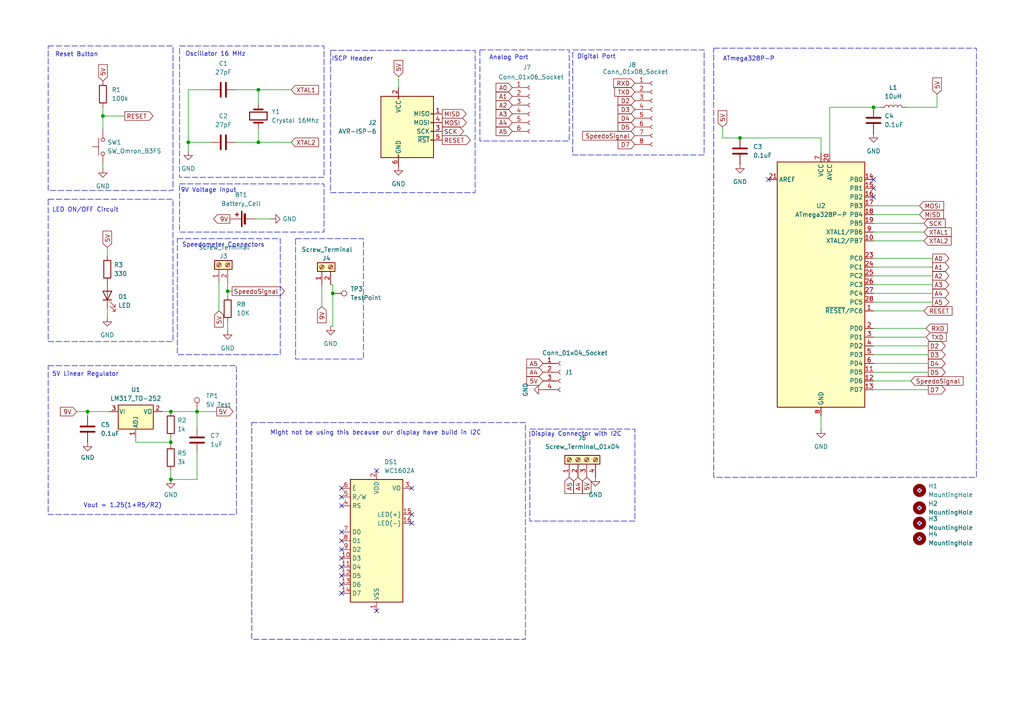
<source format=kicad_sch>
(kicad_sch (version 20231120) (generator "eeschema") (generator_version "8.0")
  (paper "A4")
  (lib_symbols
    (symbol "Connector:AVR-ISP-6" (pin_names (offset 1.016))
      (property "Reference" "J" (at -6.35 11.43 0))
      (property "Value" "AVR-ISP-6" (at 0 11.43 0))
      (symbol "AVR-ISP-6_0_1"
        (rectangle (start -2.667 -6.858) (end -2.413 -7.62))
        (rectangle (start -2.667 10.16) (end -2.413 9.398))
        (rectangle (start 7.62 -2.413) (end 6.858 -2.667))
        (rectangle (start 7.62 0.127) (end 6.858 -0.127))
        (rectangle (start 7.62 2.667) (end 6.858 2.413))
        (rectangle (start 7.62 5.207) (end 6.858 4.953))
        (rectangle (start 7.62 10.16) (end -7.62 -7.62) (stroke (width 0.254)) (fill (type background)))
      )
      (symbol "AVR-ISP-6_1_1"
        (pin passive line (at 10.16 5.08 180) (length 2.54) (name "MISO") (number "1"))
        (pin passive line (at -2.54 12.7 270) (length 2.54) (name "VCC") (number "2"))
        (pin passive line (at 10.16 0 180) (length 2.54) (name "SCK") (number "3"))
        (pin passive line (at 10.16 2.54 180) (length 2.54) (name "MOSI") (number "4"))
        (pin passive line (at 10.16 -2.54 180) (length 2.54) (name "~{RST}") (number "5"))
        (pin passive line (at -2.54 -10.16 90) (length 2.54) (name "GND") (number "6"))
      )
    )
    (symbol "Connector:Conn_01x04_Socket" (pin_names (offset 1.016) hide)
      (property "Reference" "J" (at 0 5.08 0))
      (property "Value" "Conn_01x04_Socket" (at 0 -7.62 0))
      (symbol "Conn_01x04_Socket_1_1"
        (arc (start 0 -4.572) (mid -0.5058 -5.08) (end 0 -5.588) (stroke (width 0.1524)))
        (arc (start 0 -2.032) (mid -0.5058 -2.54) (end 0 -3.048) (stroke (width 0.1524)))
        (polyline (pts (xy -1.27 -5.08) (xy -0.508 -5.08)) (stroke (width 0.1524)))
        (polyline (pts (xy -1.27 -2.54) (xy -0.508 -2.54)) (stroke (width 0.1524)))
        (polyline (pts (xy -1.27 0) (xy -0.508 0)) (stroke (width 0.1524)))
        (polyline (pts (xy -1.27 2.54) (xy -0.508 2.54)) (stroke (width 0.1524)))
        (arc (start 0 0.508) (mid -0.5058 0) (end 0 -0.508) (stroke (width 0.1524)))
        (arc (start 0 3.048) (mid -0.5058 2.54) (end 0 2.032) (stroke (width 0.1524)))
        (pin passive line (at -5.08 2.54 0) (length 3.81) (name "Pin_1") (number "1"))
        (pin passive line (at -5.08 0 0) (length 3.81) (name "Pin_2") (number "2"))
        (pin passive line (at -5.08 -2.54 0) (length 3.81) (name "Pin_3") (number "3"))
        (pin passive line (at -5.08 -5.08 0) (length 3.81) (name "Pin_4") (number "4"))
      )
    )
    (symbol "Connector:Conn_01x06_Socket" (pin_names (offset 1.016) hide)
      (property "Reference" "J" (at 0 7.62 0))
      (property "Value" "Conn_01x06_Socket" (at 0 -10.16 0))
      (symbol "Conn_01x06_Socket_1_1"
        (arc (start 0 -7.112) (mid -0.5058 -7.62) (end 0 -8.128) (stroke (width 0.1524)))
        (arc (start 0 -4.572) (mid -0.5058 -5.08) (end 0 -5.588) (stroke (width 0.1524)))
        (arc (start 0 -2.032) (mid -0.5058 -2.54) (end 0 -3.048) (stroke (width 0.1524)))
        (polyline (pts (xy -1.27 -7.62) (xy -0.508 -7.62)) (stroke (width 0.1524)))
        (polyline (pts (xy -1.27 -5.08) (xy -0.508 -5.08)) (stroke (width 0.1524)))
        (polyline (pts (xy -1.27 -2.54) (xy -0.508 -2.54)) (stroke (width 0.1524)))
        (polyline (pts (xy -1.27 0) (xy -0.508 0)) (stroke (width 0.1524)))
        (polyline (pts (xy -1.27 2.54) (xy -0.508 2.54)) (stroke (width 0.1524)))
        (polyline (pts (xy -1.27 5.08) (xy -0.508 5.08)) (stroke (width 0.1524)))
        (arc (start 0 0.508) (mid -0.5058 0) (end 0 -0.508) (stroke (width 0.1524)))
        (arc (start 0 3.048) (mid -0.5058 2.54) (end 0 2.032) (stroke (width 0.1524)))
        (arc (start 0 5.588) (mid -0.5058 5.08) (end 0 4.572) (stroke (width 0.1524)))
        (pin passive line (at -5.08 5.08 0) (length 3.81) (name "Pin_1") (number "1"))
        (pin passive line (at -5.08 2.54 0) (length 3.81) (name "Pin_2") (number "2"))
        (pin passive line (at -5.08 0 0) (length 3.81) (name "Pin_3") (number "3"))
        (pin passive line (at -5.08 -2.54 0) (length 3.81) (name "Pin_4") (number "4"))
        (pin passive line (at -5.08 -5.08 0) (length 3.81) (name "Pin_5") (number "5"))
        (pin passive line (at -5.08 -7.62 0) (length 3.81) (name "Pin_6") (number "6"))
      )
    )
    (symbol "Connector:Conn_01x08_Socket" (pin_names (offset 1.016) hide)
      (property "Reference" "J" (at 0 10.16 0))
      (property "Value" "Conn_01x08_Socket" (at 0 -12.7 0))
      (symbol "Conn_01x08_Socket_1_1"
        (arc (start 0 -9.652) (mid -0.5058 -10.16) (end 0 -10.668) (stroke (width 0.1524)))
        (arc (start 0 -7.112) (mid -0.5058 -7.62) (end 0 -8.128) (stroke (width 0.1524)))
        (arc (start 0 -4.572) (mid -0.5058 -5.08) (end 0 -5.588) (stroke (width 0.1524)))
        (arc (start 0 -2.032) (mid -0.5058 -2.54) (end 0 -3.048) (stroke (width 0.1524)))
        (polyline (pts (xy -1.27 -10.16) (xy -0.508 -10.16)) (stroke (width 0.1524)))
        (polyline (pts (xy -1.27 -7.62) (xy -0.508 -7.62)) (stroke (width 0.1524)))
        (polyline (pts (xy -1.27 -5.08) (xy -0.508 -5.08)) (stroke (width 0.1524)))
        (polyline (pts (xy -1.27 -2.54) (xy -0.508 -2.54)) (stroke (width 0.1524)))
        (polyline (pts (xy -1.27 0) (xy -0.508 0)) (stroke (width 0.1524)))
        (polyline (pts (xy -1.27 2.54) (xy -0.508 2.54)) (stroke (width 0.1524)))
        (polyline (pts (xy -1.27 5.08) (xy -0.508 5.08)) (stroke (width 0.1524)))
        (polyline (pts (xy -1.27 7.62) (xy -0.508 7.62)) (stroke (width 0.1524)))
        (arc (start 0 0.508) (mid -0.5058 0) (end 0 -0.508) (stroke (width 0.1524)))
        (arc (start 0 3.048) (mid -0.5058 2.54) (end 0 2.032) (stroke (width 0.1524)))
        (arc (start 0 5.588) (mid -0.5058 5.08) (end 0 4.572) (stroke (width 0.1524)))
        (arc (start 0 8.128) (mid -0.5058 7.62) (end 0 7.112) (stroke (width 0.1524)))
        (pin passive line (at -5.08 7.62 0) (length 3.81) (name "Pin_1") (number "1"))
        (pin passive line (at -5.08 5.08 0) (length 3.81) (name "Pin_2") (number "2"))
        (pin passive line (at -5.08 2.54 0) (length 3.81) (name "Pin_3") (number "3"))
        (pin passive line (at -5.08 0 0) (length 3.81) (name "Pin_4") (number "4"))
        (pin passive line (at -5.08 -2.54 0) (length 3.81) (name "Pin_5") (number "5"))
        (pin passive line (at -5.08 -5.08 0) (length 3.81) (name "Pin_6") (number "6"))
        (pin passive line (at -5.08 -7.62 0) (length 3.81) (name "Pin_7") (number "7"))
        (pin passive line (at -5.08 -10.16 0) (length 3.81) (name "Pin_8") (number "8"))
      )
    )
    (symbol "Connector:Screw_Terminal_01x02" (pin_names (offset 1.016) hide)
      (property "Reference" "J" (at 0 2.54 0))
      (property "Value" "Screw_Terminal_01x02" (at 0 -5.08 0))
      (symbol "Screw_Terminal_01x02_1_1"
        (rectangle (start -1.27 1.27) (end 1.27 -3.81) (stroke (width 0.254)) (fill (type background)))
        (circle (center 0 -2.54) (radius 0.635) (stroke (width 0.1524)))
        (polyline (pts (xy -0.5334 -2.2098) (xy 0.3302 -3.048)) (stroke (width 0.1524)))
        (polyline (pts (xy -0.5334 0.3302) (xy 0.3302 -0.508)) (stroke (width 0.1524)))
        (polyline (pts (xy -0.3556 -2.032) (xy 0.508 -2.8702)) (stroke (width 0.1524)))
        (polyline (pts (xy -0.3556 0.508) (xy 0.508 -0.3302)) (stroke (width 0.1524)))
        (circle (center 0 0) (radius 0.635) (stroke (width 0.1524)))
        (pin passive line (at -5.08 0 0) (length 3.81) (name "Pin_1") (number "1"))
        (pin passive line (at -5.08 -2.54 0) (length 3.81) (name "Pin_2") (number "2"))
      )
    )
    (symbol "Connector:Screw_Terminal_01x04" (pin_names (offset 1.016) hide)
      (property "Reference" "J" (at 0 5.08 0))
      (property "Value" "Screw_Terminal_01x04" (at 0 -7.62 0))
      (symbol "Screw_Terminal_01x04_1_1"
        (rectangle (start -1.27 3.81) (end 1.27 -6.35) (stroke (width 0.254)) (fill (type background)))
        (circle (center 0 -5.08) (radius 0.635) (stroke (width 0.1524)))
        (circle (center 0 -2.54) (radius 0.635) (stroke (width 0.1524)))
        (polyline (pts (xy -0.5334 -4.7498) (xy 0.3302 -5.588)) (stroke (width 0.1524)))
        (polyline (pts (xy -0.5334 -2.2098) (xy 0.3302 -3.048)) (stroke (width 0.1524)))
        (polyline (pts (xy -0.5334 0.3302) (xy 0.3302 -0.508)) (stroke (width 0.1524)))
        (polyline (pts (xy -0.5334 2.8702) (xy 0.3302 2.032)) (stroke (width 0.1524)))
        (polyline (pts (xy -0.3556 -4.572) (xy 0.508 -5.4102)) (stroke (width 0.1524)))
        (polyline (pts (xy -0.3556 -2.032) (xy 0.508 -2.8702)) (stroke (width 0.1524)))
        (polyline (pts (xy -0.3556 0.508) (xy 0.508 -0.3302)) (stroke (width 0.1524)))
        (polyline (pts (xy -0.3556 3.048) (xy 0.508 2.2098)) (stroke (width 0.1524)))
        (circle (center 0 0) (radius 0.635) (stroke (width 0.1524)))
        (circle (center 0 2.54) (radius 0.635) (stroke (width 0.1524)))
        (pin passive line (at -5.08 2.54 0) (length 3.81) (name "Pin_1") (number "1"))
        (pin passive line (at -5.08 0 0) (length 3.81) (name "Pin_2") (number "2"))
        (pin passive line (at -5.08 -2.54 0) (length 3.81) (name "Pin_3") (number "3"))
        (pin passive line (at -5.08 -5.08 0) (length 3.81) (name "Pin_4") (number "4"))
      )
    )
    (symbol "Connector:TestPoint" (pin_numbers hide) (pin_names (offset 0.762) hide)
      (property "Reference" "TP" (at 0 6.858 0))
      (property "Value" "TestPoint" (at 0 5.08 0))
      (symbol "TestPoint_0_1"
        (circle (center 0 3.302) (radius 0.762))
      )
      (symbol "TestPoint_1_1"
        (pin passive line (at 0 0 90) (length 2.54) (name "1") (number "1"))
      )
    )
    (symbol "Device:Battery_Cell" (pin_numbers hide) (pin_names (offset 0) hide)
      (property "Reference" "BT" (at 2.54 2.54 0))
      (property "Value" "Battery_Cell" (at 2.54 0 0))
      (symbol "Battery_Cell_0_1"
        (rectangle (start -2.286 1.778) (end 2.286 1.524) (fill (type outline)))
        (rectangle (start -1.524 1.016) (end 1.524 0.508) (fill (type outline)))
        (polyline (pts (xy 0 0.762) (xy 0 0)))
        (polyline (pts (xy 0 1.778) (xy 0 2.54)))
        (polyline (pts (xy 0.762 3.048) (xy 1.778 3.048)) (stroke (width 0.254)))
        (polyline (pts (xy 1.27 3.556) (xy 1.27 2.54)) (stroke (width 0.254)))
      )
      (symbol "Battery_Cell_1_1"
        (pin passive line (at 0 5.08 270) (length 2.54) (name "+") (number "1"))
        (pin passive line (at 0 -2.54 90) (length 2.54) (name "-") (number "2"))
      )
    )
    (symbol "Device:C" (pin_numbers hide) (pin_names (offset 0.254))
      (property "Reference" "C" (at 0.635 2.54 0))
      (property "Value" "C" (at 0.635 -2.54 0))
      (symbol "C_0_1"
        (polyline (pts (xy -2.032 -0.762) (xy 2.032 -0.762)) (stroke (width 0.508)))
        (polyline (pts (xy -2.032 0.762) (xy 2.032 0.762)) (stroke (width 0.508)))
      )
      (symbol "C_1_1"
        (pin passive line (at 0 3.81 270) (length 2.794) (name "~") (number "1"))
        (pin passive line (at 0 -3.81 90) (length 2.794) (name "~") (number "2"))
      )
    )
    (symbol "Device:Crystal" (pin_numbers hide) (pin_names (offset 1.016) hide)
      (property "Reference" "Y" (at 0 3.81 0))
      (property "Value" "Crystal" (at 0 -3.81 0))
      (symbol "Crystal_0_1"
        (rectangle (start -1.143 2.54) (end 1.143 -2.54) (stroke (width 0.3048)))
        (polyline (pts (xy -2.54 0) (xy -1.905 0)))
        (polyline (pts (xy -1.905 -1.27) (xy -1.905 1.27)) (stroke (width 0.508)))
        (polyline (pts (xy 1.905 -1.27) (xy 1.905 1.27)) (stroke (width 0.508)))
        (polyline (pts (xy 2.54 0) (xy 1.905 0)))
      )
      (symbol "Crystal_1_1"
        (pin passive line (at -3.81 0 0) (length 1.27) (name "1") (number "1"))
        (pin passive line (at 3.81 0 180) (length 1.27) (name "2") (number "2"))
      )
    )
    (symbol "Device:L" (pin_numbers hide) (pin_names (offset 1.016) hide)
      (property "Reference" "L" (at -1.27 0 90))
      (property "Value" "L" (at 1.905 0 90))
      (symbol "L_0_1"
        (arc (start 0 -2.54) (mid 0.6323 -1.905) (end 0 -1.27))
        (arc (start 0 -1.27) (mid 0.6323 -0.635) (end 0 0))
        (arc (start 0 0) (mid 0.6323 0.635) (end 0 1.27))
        (arc (start 0 1.27) (mid 0.6323 1.905) (end 0 2.54))
      )
      (symbol "L_1_1"
        (pin passive line (at 0 3.81 270) (length 1.27) (name "1") (number "1"))
        (pin passive line (at 0 -3.81 90) (length 1.27) (name "2") (number "2"))
      )
    )
    (symbol "Device:LED" (pin_numbers hide) (pin_names (offset 1.016) hide)
      (property "Reference" "D" (at 0 2.54 0))
      (property "Value" "LED" (at 0 -2.54 0))
      (symbol "LED_0_1"
        (polyline (pts (xy -1.27 -1.27) (xy -1.27 1.27)) (stroke (width 0.254)))
        (polyline (pts (xy -1.27 0) (xy 1.27 0)))
        (polyline (pts (xy 1.27 -1.27) (xy 1.27 1.27) (xy -1.27 0) (xy 1.27 -1.27)) (stroke (width 0.254)))
        (polyline (pts (xy -3.048 -0.762) (xy -4.572 -2.286) (xy -3.81 -2.286) (xy -4.572 -2.286) (xy -4.572 -1.524)))
        (polyline (pts (xy -1.778 -0.762) (xy -3.302 -2.286) (xy -2.54 -2.286) (xy -3.302 -2.286) (xy -3.302 -1.524)))
      )
      (symbol "LED_1_1"
        (pin passive line (at -3.81 0 0) (length 2.54) (name "K") (number "1"))
        (pin passive line (at 3.81 0 180) (length 2.54) (name "A") (number "2"))
      )
    )
    (symbol "Device:R" (pin_numbers hide) (pin_names (offset 0))
      (property "Reference" "R" (at 2.032 0 90))
      (property "Value" "R" (at 0 0 90))
      (symbol "R_0_1"
        (rectangle (start -1.016 -2.54) (end 1.016 2.54) (stroke (width 0.254)))
      )
      (symbol "R_1_1"
        (pin passive line (at 0 3.81 270) (length 1.27) (name "~") (number "1"))
        (pin passive line (at 0 -3.81 90) (length 1.27) (name "~") (number "2"))
      )
    )
    (symbol "Display_Character:WC1602A"
      (property "Reference" "DS" (at -5.842 19.05 0))
      (property "Value" "WC1602A" (at 5.334 19.05 0))
      (symbol "WC1602A_1_1"
        (rectangle (start -7.62 17.78) (end 7.62 -17.78) (stroke (width 0.254)) (fill (type background)))
        (pin power_in line (at 0 -20.32 90) (length 2.54) (name "VSS") (number "1"))
        (pin input line (at -10.16 -5.08 0) (length 2.54) (name "D3") (number "10"))
        (pin input line (at -10.16 -7.62 0) (length 2.54) (name "D4") (number "11"))
        (pin input line (at -10.16 -10.16 0) (length 2.54) (name "D5") (number "12"))
        (pin input line (at -10.16 -12.7 0) (length 2.54) (name "D6") (number "13"))
        (pin input line (at -10.16 -15.24 0) (length 2.54) (name "D7") (number "14"))
        (pin power_in line (at 10.16 7.62 180) (length 2.54) (name "LED(+)") (number "15"))
        (pin power_in line (at 10.16 5.08 180) (length 2.54) (name "LED(-)") (number "16"))
        (pin power_in line (at 0 20.32 270) (length 2.54) (name "VDD") (number "2"))
        (pin input line (at 10.16 15.24 180) (length 2.54) (name "VO") (number "3"))
        (pin input line (at -10.16 10.16 0) (length 2.54) (name "RS") (number "4"))
        (pin input line (at -10.16 12.7 0) (length 2.54) (name "R/W") (number "5"))
        (pin input line (at -10.16 15.24 0) (length 2.54) (name "E") (number "6"))
        (pin input line (at -10.16 2.54 0) (length 2.54) (name "D0") (number "7"))
        (pin input line (at -10.16 0 0) (length 2.54) (name "D1") (number "8"))
        (pin input line (at -10.16 -2.54 0) (length 2.54) (name "D2") (number "9"))
      )
    )
    (symbol "MCU_Microchip_ATmega:ATmega328P-P"
      (property "Reference" "U" (at -12.7 36.83 0))
      (property "Value" "ATmega328P-P" (at 2.54 -36.83 0))
      (symbol "ATmega328P-P_0_1"
        (rectangle (start -12.7 -35.56) (end 12.7 35.56) (stroke (width 0.254)) (fill (type background)))
      )
      (symbol "ATmega328P-P_1_1"
        (pin bidirectional line (at 15.24 -7.62 180) (length 2.54) (name "~{RESET}/PC6") (number "1"))
        (pin bidirectional line (at 15.24 12.7 180) (length 2.54) (name "XTAL2/PB7") (number "10"))
        (pin bidirectional line (at 15.24 -25.4 180) (length 2.54) (name "PD5") (number "11"))
        (pin bidirectional line (at 15.24 -27.94 180) (length 2.54) (name "PD6") (number "12"))
        (pin bidirectional line (at 15.24 -30.48 180) (length 2.54) (name "PD7") (number "13"))
        (pin bidirectional line (at 15.24 30.48 180) (length 2.54) (name "PB0") (number "14"))
        (pin bidirectional line (at 15.24 27.94 180) (length 2.54) (name "PB1") (number "15"))
        (pin bidirectional line (at 15.24 25.4 180) (length 2.54) (name "PB2") (number "16"))
        (pin bidirectional line (at 15.24 22.86 180) (length 2.54) (name "PB3") (number "17"))
        (pin bidirectional line (at 15.24 20.32 180) (length 2.54) (name "PB4") (number "18"))
        (pin bidirectional line (at 15.24 17.78 180) (length 2.54) (name "PB5") (number "19"))
        (pin bidirectional line (at 15.24 -12.7 180) (length 2.54) (name "PD0") (number "2"))
        (pin power_in line (at 2.54 38.1 270) (length 2.54) (name "AVCC") (number "20"))
        (pin passive line (at -15.24 30.48 0) (length 2.54) (name "AREF") (number "21"))
        (pin passive line (at 0 -38.1 90) (length 2.54) hide (name "GND") (number "22"))
        (pin bidirectional line (at 15.24 7.62 180) (length 2.54) (name "PC0") (number "23"))
        (pin bidirectional line (at 15.24 5.08 180) (length 2.54) (name "PC1") (number "24"))
        (pin bidirectional line (at 15.24 2.54 180) (length 2.54) (name "PC2") (number "25"))
        (pin bidirectional line (at 15.24 0 180) (length 2.54) (name "PC3") (number "26"))
        (pin bidirectional line (at 15.24 -2.54 180) (length 2.54) (name "PC4") (number "27"))
        (pin bidirectional line (at 15.24 -5.08 180) (length 2.54) (name "PC5") (number "28"))
        (pin bidirectional line (at 15.24 -15.24 180) (length 2.54) (name "PD1") (number "3"))
        (pin bidirectional line (at 15.24 -17.78 180) (length 2.54) (name "PD2") (number "4"))
        (pin bidirectional line (at 15.24 -20.32 180) (length 2.54) (name "PD3") (number "5"))
        (pin bidirectional line (at 15.24 -22.86 180) (length 2.54) (name "PD4") (number "6"))
        (pin power_in line (at 0 38.1 270) (length 2.54) (name "VCC") (number "7"))
        (pin power_in line (at 0 -38.1 90) (length 2.54) (name "GND") (number "8"))
        (pin bidirectional line (at 15.24 15.24 180) (length 2.54) (name "XTAL1/PB6") (number "9"))
      )
    )
    (symbol "Mechanical:MountingHole" (pin_names (offset 1.016)) (exclude_from_sim yes) (in_bom no)
      (property "Reference" "H" (at 0 5.08 0))
      (property "Value" "MountingHole" (at 0 3.175 0))
      (symbol "MountingHole_0_1"
        (circle (center 0 0) (radius 1.27) (stroke (width 1.27)))
      )
    )
    (symbol "Regulator_Linear:LM317_TO-252" (pin_names (offset 0.254))
      (property "Reference" "U" (at -3.81 3.175 0))
      (property "Value" "LM317_TO-252" (at 0 3.175 0))
      (symbol "LM317_TO-252_0_1"
        (rectangle (start -5.08 1.905) (end 5.08 -5.08) (stroke (width 0.254)) (fill (type background)))
      )
      (symbol "LM317_TO-252_1_1"
        (pin input line (at 0 -7.62 90) (length 2.54) (name "ADJ") (number "1"))
        (pin power_out line (at 7.62 0 180) (length 2.54) (name "VO") (number "2"))
        (pin power_in line (at -7.62 0 0) (length 2.54) (name "VI") (number "3"))
      )
    )
    (symbol "Switch:SW_Omron_B3FS" (pin_numbers hide) (pin_names (offset 1.016) hide)
      (property "Reference" "SW" (at 1.27 2.54 0))
      (property "Value" "SW_Omron_B3FS" (at 0 -1.524 0))
      (symbol "SW_Omron_B3FS_0_1"
        (circle (center -2.032 0) (radius 0.508))
        (polyline (pts (xy 0 1.27) (xy 0 3.048)))
        (polyline (pts (xy 2.54 1.27) (xy -2.54 1.27)))
        (circle (center 2.032 0) (radius 0.508))
        (pin passive line (at -5.08 0 0) (length 2.54) (name "1") (number "1"))
        (pin passive line (at 5.08 0 180) (length 2.54) (name "2") (number "2"))
      )
    )
    (symbol "power:GND" (power) (pin_numbers hide) (pin_names (offset 0) hide)
      (property "Value" "GND" (at 0 -3.81 0))
      (symbol "GND_0_1"
        (polyline (pts (xy 0 0) (xy 0 -1.27) (xy 1.27 -1.27) (xy 0 -2.54) (xy -1.27 -1.27) (xy 0 -1.27)))
      )
      (symbol "GND_1_1"
        (pin power_in line (at 0 0 270) (length 0) (name "~") (number "1"))
      )
    )
  )
  (junction (at 74.93 26.035))
  (junction (at 49.53 119.38))
  (junction (at 96.52 85.09))
  (junction (at 49.53 139.065))
  (junction (at 57.15 119.38))
  (junction (at 214.63 40.005))
  (junction (at 49.53 128.27))
  (junction (at 74.93 41.275))
  (junction (at 66.04 84.455))
  (junction (at 29.845 33.655))
  (junction (at 253.365 31.115))
  (junction (at 25.4 119.38))
  (junction (at 54.61 41.275))
  (no_connect (at 99.06 167.005))
  (no_connect (at 99.06 161.925))
  (no_connect (at 266.7 156.21))
  (no_connect (at 109.22 177.165))
  (no_connect (at 119.38 141.605))
  (no_connect (at 99.06 164.465))
  (no_connect (at 253.365 54.61))
  (no_connect (at 99.06 144.145))
  (no_connect (at 266.7 147.32))
  (no_connect (at 119.38 151.765))
  (no_connect (at 99.06 154.305))
  (no_connect (at 253.365 57.15))
  (no_connect (at 99.06 146.685))
  (no_connect (at 222.885 52.07))
  (no_connect (at 266.7 142.24))
  (no_connect (at 99.06 159.385))
  (no_connect (at 266.7 151.765))
  (no_connect (at 99.06 141.605))
  (no_connect (at 99.06 169.545))
  (no_connect (at 253.365 52.07))
  (no_connect (at 119.38 149.225))
  (no_connect (at 99.06 172.085))
  (no_connect (at 99.06 156.845))
  (no_connect (at 109.22 136.525))
  (wire (pts (xy 253.365 113.03) (xy 269.24 113.03)))
  (wire (pts (xy 255.27 31.115) (xy 253.365 31.115)))
  (wire (pts (xy 253.365 59.69) (xy 266.7 59.69)))
  (wire (pts (xy 68.58 26.035) (xy 74.93 26.035)))
  (wire (pts (xy 25.4 120.65) (xy 25.4 119.38)))
  (wire (pts (xy 49.53 128.27) (xy 49.53 128.905)))
  (wire (pts (xy 46.99 119.38) (xy 49.53 119.38)))
  (wire (pts (xy 253.365 80.01) (xy 270.51 80.01)))
  (wire (pts (xy 96.52 85.09) (xy 96.52 94.615)))
  (wire (pts (xy 49.53 136.525) (xy 49.53 139.065)))
  (wire (pts (xy 253.365 69.85) (xy 267.97 69.85)))
  (wire (pts (xy 253.365 85.09) (xy 270.51 85.09)))
  (wire (pts (xy 57.15 119.38) (xy 57.15 123.825)))
  (wire (pts (xy 63.5 81.915) (xy 63.5 90.17)))
  (wire (pts (xy 93.345 82.55) (xy 93.345 88.9)))
  (wire (pts (xy 253.365 62.23) (xy 266.7 62.23)))
  (wire (pts (xy 39.37 128.27) (xy 49.53 128.27)))
  (wire (pts (xy 253.365 87.63) (xy 270.51 87.63)))
  (wire (pts (xy 54.61 26.035) (xy 60.96 26.035)))
  (wire (pts (xy 238.125 120.65) (xy 238.125 124.46)))
  (wire (pts (xy 67.31 84.455) (xy 66.04 84.455)))
  (wire (pts (xy 253.365 90.17) (xy 267.97 90.17)))
  (wire (pts (xy 29.845 33.655) (xy 36.195 33.655)))
  (wire (pts (xy 253.365 105.41) (xy 269.24 105.41)))
  (wire (pts (xy 253.365 74.93) (xy 270.51 74.93)))
  (wire (pts (xy 74.93 26.035) (xy 74.93 29.845)))
  (wire (pts (xy 253.365 110.49) (xy 264.16 110.49)))
  (wire (pts (xy 31.115 71.755) (xy 31.115 74.295)))
  (wire (pts (xy 31.115 89.535) (xy 31.115 92.075)))
  (wire (pts (xy 253.365 102.87) (xy 269.24 102.87)))
  (wire (pts (xy 96.52 94.615) (xy 95.885 94.615)))
  (wire (pts (xy 238.125 40.005) (xy 238.125 44.45)))
  (wire (pts (xy 49.53 127) (xy 49.53 128.27)))
  (wire (pts (xy 49.53 139.065) (xy 57.15 139.065)))
  (wire (pts (xy 54.61 41.275) (xy 60.96 41.275)))
  (wire (pts (xy 253.365 64.77) (xy 267.97 64.77)))
  (wire (pts (xy 74.295 63.5) (xy 78.74 63.5)))
  (wire (pts (xy 68.58 41.275) (xy 74.93 41.275)))
  (wire (pts (xy 29.845 33.655) (xy 29.845 37.465)))
  (wire (pts (xy 209.55 36.83) (xy 209.55 40.005)))
  (wire (pts (xy 253.365 82.55) (xy 270.51 82.55)))
  (wire (pts (xy 115.57 22.225) (xy 115.57 25.4)))
  (wire (pts (xy 271.78 27.305) (xy 271.78 31.115)))
  (wire (pts (xy 66.04 84.455) (xy 66.04 85.725)))
  (wire (pts (xy 253.365 77.47) (xy 270.51 77.47)))
  (wire (pts (xy 66.04 93.345) (xy 66.04 95.885)))
  (wire (pts (xy 39.37 127) (xy 39.37 128.27)))
  (wire (pts (xy 240.665 31.115) (xy 240.665 44.45)))
  (wire (pts (xy 214.63 40.005) (xy 238.125 40.005)))
  (wire (pts (xy 57.15 119.38) (xy 62.865 119.38)))
  (wire (pts (xy 74.93 37.465) (xy 74.93 41.275)))
  (wire (pts (xy 66.04 81.915) (xy 66.04 84.455)))
  (wire (pts (xy 74.93 26.035) (xy 84.455 26.035)))
  (wire (pts (xy 54.61 43.815) (xy 54.61 41.275)))
  (wire (pts (xy 22.225 119.38) (xy 25.4 119.38)))
  (wire (pts (xy 253.365 100.33) (xy 269.24 100.33)))
  (wire (pts (xy 25.4 119.38) (xy 31.75 119.38)))
  (wire (pts (xy 271.78 31.115) (xy 262.89 31.115)))
  (wire (pts (xy 253.365 95.25) (xy 268.605 95.25)))
  (wire (pts (xy 209.55 40.005) (xy 214.63 40.005)))
  (wire (pts (xy 74.93 41.275) (xy 84.455 41.275)))
  (wire (pts (xy 49.53 119.38) (xy 57.15 119.38)))
  (wire (pts (xy 54.61 41.275) (xy 54.61 26.035)))
  (wire (pts (xy 253.365 97.79) (xy 268.605 97.79)))
  (wire (pts (xy 29.845 31.115) (xy 29.845 33.655)))
  (wire (pts (xy 253.365 107.95) (xy 269.24 107.95)))
  (wire (pts (xy 57.15 131.445) (xy 57.15 139.065)))
  (wire (pts (xy 96.52 82.55) (xy 96.52 85.09)))
  (wire (pts (xy 253.365 67.31) (xy 267.97 67.31)))
  (wire (pts (xy 253.365 31.115) (xy 240.665 31.115)))
  (wire (pts (xy 96.52 82.55) (xy 95.885 82.55)))
  (wire (pts (xy 29.845 48.895) (xy 29.845 47.625)))
  (rectangle (start 13.97 106.045) (end 68.58 149.225) (stroke (width 0) (type dash)))
  (rectangle (start 13.97 57.785) (end 50.165 99.06) (stroke (width 0) (type dash)))
  (rectangle (start 51.435 69.215) (end 81.28 102.87) (stroke (width 0) (type dash)))
  (rectangle (start 52.07 13.335) (end 93.98 51.435) (stroke (width 0) (type dash)))
  (rectangle (start 85.725 69.215) (end 105.41 104.14) (stroke (width 0) (type dash)))
  (rectangle (start 13.97 13.335) (end 50.165 55.245) (stroke (width 0) (type dash)))
  (rectangle (start 153.67 124.46) (end 184.15 151.13) (stroke (width 0) (type dash)))
  (rectangle (start 52.07 53.34) (end 93.98 67.31) (stroke (width 0) (type dash)))
  (rectangle (start 207.01 13.97) (end 283.21 138.43) (stroke (width 0) (type dash)))
  (rectangle (start 73.025 122.555) (end 152.4 185.42) (stroke (width 0) (type dash)))
  (rectangle (start 139.192 14.478) (end 165.1 40.894) (stroke (width 0) (type dash)))
  (rectangle (start 95.885 14.605) (end 137.795 55.88) (stroke (width 0) (type dash)))
  (rectangle (start 166.116 14.478) (end 204.216 44.958) (stroke (width 0) (type dash)))
  (text "Might not be using this because our display have build in I2C" (at 108.966 125.603 0) (effects (font (size 1.27 1.27))))
  (text "Vout = 1.25(1+R5/R2)" (at 35.56 146.685 0) (effects (font (size 1.27 1.27))))
  (text "Oscillator 16 MHz" (at 62.484 15.748 0) (effects (font (size 1.27 1.27))))
  (text "Digital Port\n" (at 172.974 16.51 0) (effects (font (size 1.27 1.27))))
  (text "Reset Button\n" (at 22.225 15.875 0) (effects (font (size 1.27 1.27))))
  (text "ATmega328P-P" (at 217.17 17.145 0) (effects (font (size 1.27 1.27))))
  (text "5V Linear Regulator\n" (at 24.765 108.585 0) (effects (font (size 1.27 1.27))))
  (text "Analog Port" (at 147.574 16.764 0) (effects (font (size 1.27 1.27))))
  (text "ISCP Header" (at 102.235 17.145 0) (effects (font (size 1.27 1.27))))
  (text "Speedometer Connectors\n" (at 64.77 71.12 0) (effects (font (size 1.27 1.27))))
  (text "9V Voltage Input \n" (at 60.96 55.245 0) (effects (font (size 1.27 1.27))))
  (text "Display Connector with I2C\n" (at 167.132 125.984 0) (effects (font (size 1.27 1.27))))
  (text "LED ON/OFF Circuit\n" (at 24.765 60.96 0) (effects (font (size 1.27 1.27))))
  (global_label "XTAL2" (shape input) (at 84.455 41.275 0) (property "Intersheetrefs" "${INTERSHEET_REFS}" (effects (hide yes))))
  (global_label "MISD" (shape input) (at 266.7 62.23 0) (property "Intersheetrefs" "${INTERSHEET_REFS}" (effects (hide yes))))
  (global_label "D4" (shape input) (at 184.15 34.29 180) (property "Intersheetrefs" "${INTERSHEET_REFS}" (effects (hide yes))))
  (global_label "A3" (shape input) (at 148.59 33.02 180) (property "Intersheetrefs" "${INTERSHEET_REFS}" (effects (hide yes))))
  (global_label "9V" (shape input) (at 22.225 119.38 180) (property "Intersheetrefs" "${INTERSHEET_REFS}" (effects (hide yes))))
  (global_label "D7" (shape input) (at 184.15 41.91 180) (property "Intersheetrefs" "${INTERSHEET_REFS}" (effects (hide yes))))
  (global_label "MOSI" (shape output) (at 128.27 35.56 0) (property "Intersheetrefs" "${INTERSHEET_REFS}" (effects (hide yes))))
  (global_label "XTAL1" (shape input) (at 84.455 26.035 0) (property "Intersheetrefs" "${INTERSHEET_REFS}" (effects (hide yes))))
  (global_label "RXD" (shape input) (at 184.15 24.13 180) (property "Intersheetrefs" "${INTERSHEET_REFS}" (effects (hide yes))))
  (global_label "A5" (shape output) (at 270.51 87.63 0) (property "Intersheetrefs" "${INTERSHEET_REFS}" (effects (hide yes))))
  (global_label "TXD" (shape input) (at 268.605 97.79 0) (property "Intersheetrefs" "${INTERSHEET_REFS}" (effects (hide yes))))
  (global_label "9V" (shape output) (at 66.675 63.5 180) (property "Intersheetrefs" "${INTERSHEET_REFS}" (effects (hide yes))))
  (global_label "D2" (shape input) (at 184.15 29.21 180) (property "Intersheetrefs" "${INTERSHEET_REFS}" (effects (hide yes))))
  (global_label "5V" (shape input) (at 271.78 27.305 90) (property "Intersheetrefs" "${INTERSHEET_REFS}" (effects (hide yes))))
  (global_label "D4" (shape output) (at 269.24 105.41 0) (property "Intersheetrefs" "${INTERSHEET_REFS}" (effects (hide yes))))
  (global_label "A4" (shape input) (at 167.64 138.43 270) (property "Intersheetrefs" "${INTERSHEET_REFS}" (effects (hide yes))))
  (global_label "A0" (shape input) (at 148.59 25.4 180) (property "Intersheetrefs" "${INTERSHEET_REFS}" (effects (hide yes))))
  (global_label "5V" (shape input) (at 209.55 36.83 90) (property "Intersheetrefs" "${INTERSHEET_REFS}" (effects (hide yes))))
  (global_label "A4" (shape output) (at 270.51 85.09 0) (property "Intersheetrefs" "${INTERSHEET_REFS}" (effects (hide yes))))
  (global_label "A1" (shape output) (at 270.51 77.47 0) (property "Intersheetrefs" "${INTERSHEET_REFS}" (effects (hide yes))))
  (global_label "A4" (shape input) (at 157.48 107.95 180) (property "Intersheetrefs" "${INTERSHEET_REFS}" (effects (hide yes))))
  (global_label "A2" (shape input) (at 148.59 30.48 180) (property "Intersheetrefs" "${INTERSHEET_REFS}" (effects (hide yes))))
  (global_label "5V" (shape input) (at 170.18 138.43 270) (property "Intersheetrefs" "${INTERSHEET_REFS}" (effects (hide yes))))
  (global_label "SpeedoSignal" (shape output) (at 67.31 84.455 0) (property "Intersheetrefs" "${INTERSHEET_REFS}" (effects (hide yes))))
  (global_label "XTAL2" (shape input) (at 267.97 69.85 0) (property "Intersheetrefs" "${INTERSHEET_REFS}" (effects (hide yes))))
  (global_label "A5" (shape input) (at 157.48 105.41 180) (property "Intersheetrefs" "${INTERSHEET_REFS}" (effects (hide yes))))
  (global_label "5V" (shape output) (at 62.865 119.38 0) (property "Intersheetrefs" "${INTERSHEET_REFS}" (effects (hide yes))))
  (global_label "A0" (shape output) (at 270.51 74.93 0) (property "Intersheetrefs" "${INTERSHEET_REFS}" (effects (hide yes))))
  (global_label "RESET" (shape output) (at 36.195 33.655 0) (property "Intersheetrefs" "${INTERSHEET_REFS}" (effects (hide yes))))
  (global_label "TXD" (shape input) (at 184.15 26.67 180) (property "Intersheetrefs" "${INTERSHEET_REFS}" (effects (hide yes))))
  (global_label "5V" (shape input) (at 157.48 110.49 180) (property "Intersheetrefs" "${INTERSHEET_REFS}" (effects (hide yes))))
  (global_label "D5" (shape output) (at 269.24 107.95 0) (property "Intersheetrefs" "${INTERSHEET_REFS}" (effects (hide yes))))
  (global_label "A5" (shape input) (at 148.59 38.1 180) (property "Intersheetrefs" "${INTERSHEET_REFS}" (effects (hide yes))))
  (global_label "A4" (shape input) (at 148.59 35.56 180) (property "Intersheetrefs" "${INTERSHEET_REFS}" (effects (hide yes))))
  (global_label "D2" (shape output) (at 269.24 100.33 0) (property "Intersheetrefs" "${INTERSHEET_REFS}" (effects (hide yes))))
  (global_label "D3" (shape input) (at 184.15 31.75 180) (property "Intersheetrefs" "${INTERSHEET_REFS}" (effects (hide yes))))
  (global_label "5V" (shape input) (at 115.57 22.225 90) (property "Intersheetrefs" "${INTERSHEET_REFS}" (effects (hide yes))))
  (global_label "5V" (shape input) (at 63.5 90.17 270) (property "Intersheetrefs" "${INTERSHEET_REFS}" (effects (hide yes))))
  (global_label "A2" (shape output) (at 270.51 80.01 0) (property "Intersheetrefs" "${INTERSHEET_REFS}" (effects (hide yes))))
  (global_label "SCK" (shape input) (at 267.97 64.77 0) (property "Intersheetrefs" "${INTERSHEET_REFS}" (effects (hide yes))))
  (global_label "RXD" (shape input) (at 268.605 95.25 0) (property "Intersheetrefs" "${INTERSHEET_REFS}" (effects (hide yes))))
  (global_label "MISD" (shape output) (at 128.27 33.02 0) (property "Intersheetrefs" "${INTERSHEET_REFS}" (effects (hide yes))))
  (global_label "D3" (shape output) (at 269.24 102.87 0) (property "Intersheetrefs" "${INTERSHEET_REFS}" (effects (hide yes))))
  (global_label "9V" (shape input) (at 93.345 88.9 270) (property "Intersheetrefs" "${INTERSHEET_REFS}" (effects (hide yes))))
  (global_label "SpeedoSignal" (shape input) (at 264.16 110.49 0) (property "Intersheetrefs" "${INTERSHEET_REFS}" (effects (hide yes))))
  (global_label "D5" (shape input) (at 184.15 36.83 180) (property "Intersheetrefs" "${INTERSHEET_REFS}" (effects (hide yes))))
  (global_label "SpeedoSignal" (shape input) (at 184.15 39.37 180) (property "Intersheetrefs" "${INTERSHEET_REFS}" (effects (hide yes))))
  (global_label "5V" (shape input) (at 29.845 23.495 90) (property "Intersheetrefs" "${INTERSHEET_REFS}" (effects (hide yes))))
  (global_label "A5" (shape input) (at 165.1 138.43 270) (property "Intersheetrefs" "${INTERSHEET_REFS}" (effects (hide yes))))
  (global_label "A1" (shape input) (at 148.59 27.94 180) (property "Intersheetrefs" "${INTERSHEET_REFS}" (effects (hide yes))))
  (global_label "SCK" (shape output) (at 128.27 38.1 0) (property "Intersheetrefs" "${INTERSHEET_REFS}" (effects (hide yes))))
  (global_label "RESET" (shape output) (at 128.27 40.64 0) (property "Intersheetrefs" "${INTERSHEET_REFS}" (effects (hide yes))))
  (global_label "RESET" (shape input) (at 267.97 90.17 0) (property "Intersheetrefs" "${INTERSHEET_REFS}" (effects (hide yes))))
  (global_label "A3" (shape output) (at 270.51 82.55 0) (property "Intersheetrefs" "${INTERSHEET_REFS}" (effects (hide yes))))
  (global_label "XTAL1" (shape input) (at 267.97 67.31 0) (property "Intersheetrefs" "${INTERSHEET_REFS}" (effects (hide yes))))
  (global_label "MOSI" (shape input) (at 266.7 59.69 0) (property "Intersheetrefs" "${INTERSHEET_REFS}" (effects (hide yes))))
  (global_label "D7" (shape output) (at 269.24 113.03 0) (property "Intersheetrefs" "${INTERSHEET_REFS}" (effects (hide yes))))
  (global_label "5V" (shape input) (at 31.115 71.755 90) (property "Intersheetrefs" "${INTERSHEET_REFS}" (effects (hide yes))))
  (symbol (lib_id "power:GND") (at 78.74 63.5 90) (unit 1)
    (property "Reference" "#PWR011" (effects (hide yes)))
    (property "Value" "GND" (at 81.915 63.4999 90) (effects (justify right)))
    (property "Description" "Power symbol creates a global label with name \"GND\" , ground" (effects (hide yes)))
  )
  (symbol (lib_id "MCU_Microchip_ATmega:ATmega328P-P") (at 238.125 82.55 0) (unit 1)
    (property "Reference" "U2" (at 238.125 59.69 0))
    (property "Value" "ATmega328P-P" (at 238.125 62.23 0))
    (property "Footprint" "Package_DIP:DIP-28_W7.62mm" (effects (hide yes)))
    (property "Datasheet" "http://ww1.microchip.com/downloads/en/DeviceDoc/ATmega328_P%20AVR%20MCU%20with%20picoPower%20Technology%20Data%20Sheet%2040001984A.pdf" (effects (hide yes)))
    (property "Description" "20MHz, 32kB Flash, 2kB SRAM, 1kB EEPROM, DIP-28" (effects (hide yes)))
  )
  (symbol (lib_id "Device:C") (at 57.15 127.635 0) (unit 1)
    (property "Reference" "C7" (at 60.96 126.3649 0) (effects (justify left)))
    (property "Value" "1uF" (at 60.96 128.9049 0) (effects (justify left)))
    (property "Footprint" "Capacitor_SMD:C_0805_2012Metric_Pad1.18x1.45mm_HandSolder" (effects (hide yes)))
    (property "Description" "Unpolarized capacitor" (effects (hide yes)))
  )
  (symbol (lib_id "Device:C") (at 64.77 26.035 90) (unit 1)
    (property "Reference" "C1" (at 64.77 18.415 90))
    (property "Value" "27pF" (at 64.77 20.955 90))
    (property "Footprint" "Capacitor_SMD:C_0805_2012Metric_Pad1.18x1.45mm_HandSolder" (effects (hide yes)))
    (property "Description" "Unpolarized capacitor" (effects (hide yes)))
  )
  (symbol (lib_id "power:GND") (at 214.63 47.625 0) (unit 1)
    (property "Reference" "#PWR04" (effects (hide yes)))
    (property "Value" "GND" (at 214.63 52.705 0))
    (property "Description" "Power symbol creates a global label with name \"GND\" , ground" (effects (hide yes)))
  )
  (symbol (lib_id "Device:C") (at 214.63 43.815 0) (unit 1)
    (property "Reference" "C3" (at 218.44 42.5449 0) (effects (justify left)))
    (property "Value" "0.1uF" (at 218.44 45.0849 0) (effects (justify left)))
    (property "Footprint" "Capacitor_SMD:C_0805_2012Metric_Pad1.18x1.45mm_HandSolder" (effects (hide yes)))
    (property "Description" "Unpolarized capacitor" (effects (hide yes)))
  )
  (symbol (lib_id "Device:LED") (at 31.115 85.725 90) (unit 1)
    (property "Reference" "D1" (at 34.29 86.0424 90) (effects (justify right)))
    (property "Value" "LED" (at 34.29 88.5824 90) (effects (justify right)))
    (property "Footprint" "LED_SMD:LED_0805_2012Metric_Pad1.15x1.40mm_HandSolder" (effects (hide yes)))
    (property "Description" "Light emitting diode" (effects (hide yes)))
  )
  (symbol (lib_id "Switch:SW_Omron_B3FS") (at 29.845 42.545 90) (unit 1)
    (property "Reference" "SW1" (at 31.115 41.2749 90) (effects (justify right)))
    (property "Value" "SW_Omron_B3FS" (at 31.115 43.8149 90) (effects (justify right)))
    (property "Footprint" "Button_Switch_SMD:SW_SPST_Omron_B3FS-101xP" (effects (hide yes)))
    (property "Datasheet" "https://omronfs.omron.com/en_US/ecb/products/pdf/en-b3fs.pdf" (effects (hide yes)))
    (property "Description" "Omron B3FS 6x6mm single pole normally-open tactile switch" (effects (hide yes)))
  )
  (symbol (lib_id "power:GND") (at 172.72 138.43 0) (unit 1)
    (property "Reference" "#PWR020" (effects (hide yes)))
    (property "Value" "GND" (at 172.72 143.51 0))
    (property "Description" "Power symbol creates a global label with name \"GND\" , ground" (effects (hide yes)))
  )
  (symbol (lib_id "Device:Battery_Cell") (at 71.755 63.5 90) (unit 1)
    (property "Reference" "BT1" (at 69.9135 56.515 90))
    (property "Value" "Battery_Cell" (at 69.9135 59.055 90))
    (property "Footprint" "Battery:BatteryHolder_MPD_BA9VPC_1xPP3" (effects (hide yes)))
    (property "Description" "Single-cell battery" (effects (hide yes)))
  )
  (symbol (lib_id "Device:R") (at 29.845 27.305 0) (unit 1)
    (property "Reference" "R1" (at 32.385 26.0349 0) (effects (justify left)))
    (property "Value" "100k" (at 32.385 28.5749 0) (effects (justify left)))
    (property "Footprint" "Resistor_SMD:R_0805_2012Metric_Pad1.20x1.40mm_HandSolder" (effects (hide yes)))
    (property "Description" "Resistor" (effects (hide yes)))
  )
  (symbol (lib_id "Connector:Conn_01x08_Socket") (at 189.23 31.75 0) (unit 1)
    (property "Reference" "J8" (at 182.118 18.796 0) (effects (justify left)))
    (property "Value" "Conn_01x08_Socket" (at 174.752 20.828 0) (effects (justify left)))
    (property "Footprint" "Connector_PinSocket_2.54mm:PinSocket_1x08_P2.54mm_Vertical" (effects (hide yes)))
    (property "Description" "Generic connector, single row, 01x08, script generated" (effects (hide yes)))
  )
  (symbol (lib_id "Connector:Screw_Terminal_01x02") (at 63.5 76.835 90) (unit 1)
    (property "Reference" "J3" (at 66.04 74.295 90) (effects (justify left)))
    (property "Value" "Screw_Terminal" (at 72.39 71.755 90) (effects (justify left)))
    (property "Footprint" "TerminalBlock_TE-Connectivity:TerminalBlock_TE_282834-2_1x02_P2.54mm_Horizontal" (effects (hide yes)))
    (property "Description" "Generic screw terminal, single row, 01x02, script generated (kicad-library-utils/schlib/autogen/connector/)" (effects (hide yes)))
  )
  (symbol (lib_id "Connector:Conn_01x04_Socket") (at 162.56 107.95 0) (unit 1)
    (property "Reference" "J1" (at 163.83 107.9499 0) (effects (justify left)))
    (property "Value" "Conn_01x04_Socket" (at 157.226 102.362 0) (effects (justify left)))
    (property "Footprint" "Connector_PinSocket_2.54mm:PinSocket_1x04_P2.54mm_Horizontal" (effects (hide yes)))
    (property "Description" "Generic connector, single row, 01x04, script generated" (effects (hide yes)))
  )
  (symbol (lib_id "power:GND") (at 25.4 128.27 0) (unit 1)
    (property "Reference" "#PWR07" (effects (hide yes)))
    (property "Value" "GND" (at 25.4 132.715 0))
    (property "Description" "Power symbol creates a global label with name \"GND\" , ground" (effects (hide yes)))
  )
  (symbol (lib_id "Device:C") (at 253.365 34.925 0) (unit 1)
    (property "Reference" "C4" (at 256.54 33.6549 0) (effects (justify left)))
    (property "Value" "0.1uF" (at 256.54 36.1949 0) (effects (justify left)))
    (property "Footprint" "Capacitor_SMD:C_0805_2012Metric_Pad1.18x1.45mm_HandSolder" (effects (hide yes)))
    (property "Description" "Unpolarized capacitor" (effects (hide yes)))
  )
  (symbol (lib_id "power:GND") (at 29.845 48.895 0) (unit 1)
    (property "Reference" "#PWR01" (effects (hide yes)))
    (property "Value" "GND" (at 29.845 53.975 0))
    (property "Description" "Power symbol creates a global label with name \"GND\" , ground" (effects (hide yes)))
  )
  (symbol (lib_id "Mechanical:MountingHole") (at 266.7 147.32 0) (unit 1) (exclude_from_sim yes) (in_bom no)
    (property "Reference" "H2" (at 269.24 146.0499 0) (effects (justify left)))
    (property "Value" "MountingHole" (at 269.24 148.5899 0) (effects (justify left)))
    (property "Footprint" "MountingHole:MountingHole_2.2mm_M2_DIN965_Pad" (effects (hide yes)))
    (property "Description" "Mounting Hole without connection" (effects (hide yes)))
  )
  (symbol (lib_id "Display_Character:WC1602A") (at 109.22 156.845 0) (unit 1)
    (property "Reference" "DS1" (at 111.4141 133.985 0) (effects (justify left)))
    (property "Value" "WC1602A" (at 111.4141 136.525 0) (effects (justify left)))
    (property "Footprint" "Display:WC1602A" (effects (hide yes)))
    (property "Datasheet" "http://www.wincomlcd.com/pdf/WC1602A-SFYLYHTC06.pdf" (effects (hide yes)))
    (property "Description" "LCD 16x2 Alphanumeric , 8 bit parallel bus, 5V VDD" (effects (hide yes)))
  )
  (symbol (lib_id "Device:Crystal") (at 74.93 33.655 90) (unit 1)
    (property "Reference" "Y1" (at 78.74 32.3849 90) (effects (justify right)))
    (property "Value" "Crystal 16Mhz" (at 78.74 34.9249 90) (effects (justify right)))
    (property "Footprint" "Crystal:Crystal_SMD_HC49-SD" (effects (hide yes)))
    (property "Description" "Two pin crystal" (effects (hide yes)))
  )
  (symbol (lib_id "Mechanical:MountingHole") (at 266.7 142.24 0) (unit 1) (exclude_from_sim yes) (in_bom no)
    (property "Reference" "H1" (at 269.24 140.9699 0) (effects (justify left)))
    (property "Value" "MountingHole" (at 269.24 143.5099 0) (effects (justify left)))
    (property "Footprint" "MountingHole:MountingHole_2.2mm_M2_DIN965_Pad" (effects (hide yes)))
    (property "Description" "Mounting Hole without connection" (effects (hide yes)))
  )
  (symbol (lib_id "Connector:AVR-ISP-6") (at 118.11 38.1 0) (unit 1)
    (property "Reference" "J2" (at 109.22 35.5599 0) (effects (justify right)))
    (property "Value" "AVR-ISP-6" (at 109.22 38.0999 0) (effects (justify right)))
    (property "Footprint" "Connector_IDC:IDC-Header_2x03_P2.54mm_Vertical" (effects (hide yes)))
    (property "Description" "Atmel 6-pin ISP connector" (effects (hide yes)))
  )
  (symbol (lib_id "power:GND") (at 157.48 113.03 270) (unit 1)
    (property "Reference" "#PWR08" (effects (hide yes)))
    (property "Value" "GND" (at 152.4 113.03 0))
    (property "Description" "Power symbol creates a global label with name \"GND\" , ground" (effects (hide yes)))
  )
  (symbol (lib_id "Mechanical:MountingHole") (at 266.7 151.765 0) (unit 1) (exclude_from_sim yes) (in_bom no)
    (property "Reference" "H3" (at 269.24 150.4949 0) (effects (justify left)))
    (property "Value" "MountingHole" (at 269.24 153.0349 0) (effects (justify left)))
    (property "Footprint" "MountingHole:MountingHole_2.2mm_M2_DIN965_Pad" (effects (hide yes)))
    (property "Description" "Mounting Hole without connection" (effects (hide yes)))
  )
  (symbol (lib_id "Device:L") (at 259.08 31.115 90) (unit 1)
    (property "Reference" "L1" (at 259.08 25.4 90))
    (property "Value" "10uH" (at 259.08 27.94 90))
    (property "Footprint" "Inductor_SMD:L_0805_2012Metric_Pad1.15x1.40mm_HandSolder" (effects (hide yes)))
    (property "Description" "Inductor" (effects (hide yes)))
  )
  (symbol (lib_id "power:GND") (at 66.04 95.885 0) (unit 1)
    (property "Reference" "#PWR012" (effects (hide yes)))
    (property "Value" "GND" (at 66.04 100.965 0))
    (property "Description" "Power symbol creates a global label with name \"GND\" , ground" (effects (hide yes)))
  )
  (symbol (lib_id "power:GND") (at 115.57 48.26 0) (unit 1)
    (property "Reference" "#PWR03" (effects (hide yes)))
    (property "Value" "GND" (at 115.57 53.34 0))
    (property "Description" "Power symbol creates a global label with name \"GND\" , ground" (effects (hide yes)))
  )
  (symbol (lib_id "Regulator_Linear:LM317_TO-252") (at 39.37 119.38 0) (unit 1)
    (property "Reference" "U1" (at 39.37 113.03 0))
    (property "Value" "LM317_TO-252" (at 39.37 115.57 0))
    (property "Footprint" "Package_TO_SOT_SMD:SOT-223-3_TabPin2" (effects (hide yes)))
    (property "Datasheet" "http://www.ti.com/lit/ds/snvs774n/snvs774n.pdf" (effects (hide yes)))
    (property "Description" "1.5A 35V Adjustable Linear Regulator, TO-252" (effects (hide yes)))
  )
  (symbol (lib_id "Device:C") (at 25.4 124.46 0) (unit 1)
    (property "Reference" "C5" (at 29.21 123.1899 0) (effects (justify left)))
    (property "Value" "0.1uF" (at 29.21 125.7299 0) (effects (justify left)))
    (property "Footprint" "Capacitor_SMD:C_0805_2012Metric_Pad1.18x1.45mm_HandSolder" (effects (hide yes)))
    (property "Description" "Unpolarized capacitor" (effects (hide yes)))
  )
  (symbol (lib_id "power:GND") (at 95.885 94.615 0) (unit 1)
    (property "Reference" "#PWR019" (effects (hide yes)))
    (property "Value" "GND" (at 95.885 99.695 0))
    (property "Description" "Power symbol creates a global label with name \"GND\" , ground" (effects (hide yes)))
  )
  (symbol (lib_id "power:GND") (at 31.115 92.075 0) (unit 1)
    (property "Reference" "#PWR09" (effects (hide yes)))
    (property "Value" "GND" (at 31.115 97.155 0))
    (property "Description" "Power symbol creates a global label with name \"GND\" , ground" (effects (hide yes)))
  )
  (symbol (lib_id "power:GND") (at 54.61 43.815 0) (unit 1)
    (property "Reference" "#PWR02" (effects (hide yes)))
    (property "Value" "GND" (at 54.61 48.895 0))
    (property "Description" "Power symbol creates a global label with name \"GND\" , ground" (effects (hide yes)))
  )
  (symbol (lib_id "power:GND") (at 238.125 124.46 0) (unit 1)
    (property "Reference" "#PWR06" (effects (hide yes)))
    (property "Value" "GND" (at 238.125 129.54 0))
    (property "Description" "Power symbol creates a global label with name \"GND\" , ground" (effects (hide yes)))
  )
  (symbol (lib_id "Device:R") (at 49.53 123.19 0) (unit 1)
    (property "Reference" "R2" (at 51.435 121.9199 0) (effects (justify left)))
    (property "Value" "1k" (at 51.435 124.4599 0) (effects (justify left)))
    (property "Footprint" "Resistor_SMD:R_0805_2012Metric_Pad1.20x1.40mm_HandSolder" (effects (hide yes)))
    (property "Description" "Resistor" (effects (hide yes)))
  )
  (symbol (lib_id "power:GND") (at 49.53 139.065 0) (unit 1)
    (property "Reference" "#PWR010" (effects (hide yes)))
    (property "Value" "GND" (at 49.53 143.51 0))
    (property "Description" "Power symbol creates a global label with name \"GND\" , ground" (effects (hide yes)))
  )
  (symbol (lib_id "Device:R") (at 31.115 78.105 0) (unit 1)
    (property "Reference" "R3" (at 33.02 76.8349 0) (effects (justify left)))
    (property "Value" "330" (at 33.02 79.3749 0) (effects (justify left)))
    (property "Footprint" "Resistor_SMD:R_0805_2012Metric_Pad1.20x1.40mm_HandSolder" (effects (hide yes)))
    (property "Description" "Resistor" (effects (hide yes)))
  )
  (symbol (lib_id "Device:C") (at 64.77 41.275 90) (unit 1)
    (property "Reference" "C2" (at 64.77 33.655 90))
    (property "Value" "27pF" (at 64.77 36.195 90))
    (property "Footprint" "Capacitor_SMD:C_0805_2012Metric_Pad1.18x1.45mm_HandSolder" (effects (hide yes)))
    (property "Description" "Unpolarized capacitor" (effects (hide yes)))
  )
  (symbol (lib_id "Connector:TestPoint") (at 96.52 85.09 270) (unit 1)
    (property "Reference" "TP3" (at 101.6 83.8199 90) (effects (justify left)))
    (property "Value" "TestPoint" (at 101.6 86.3599 90) (effects (justify left)))
    (property "Footprint" "Connector_Pin:Pin_D1.0mm_L10.0mm" (effects (hide yes)))
    (property "Description" "test point" (effects (hide yes)))
  )
  (symbol (lib_id "Connector:TestPoint") (at 57.15 119.38 0) (unit 1)
    (property "Reference" "TP1" (at 59.69 114.8079 0) (effects (justify left)))
    (property "Value" "5V Test" (at 59.69 117.3479 0) (effects (justify left)))
    (property "Footprint" "Connector_Pin:Pin_D1.0mm_L10.0mm" (effects (hide yes)))
    (property "Description" "test point" (effects (hide yes)))
  )
  (symbol (lib_id "Mechanical:MountingHole") (at 266.7 156.21 0) (unit 1) (exclude_from_sim yes) (in_bom no)
    (property "Reference" "H4" (at 269.24 154.9399 0) (effects (justify left)))
    (property "Value" "MountingHole" (at 269.24 157.4799 0) (effects (justify left)))
    (property "Footprint" "MountingHole:MountingHole_2.2mm_M2_DIN965_Pad" (effects (hide yes)))
    (property "Description" "Mounting Hole without connection" (effects (hide yes)))
  )
  (symbol (lib_id "Device:R") (at 49.53 132.715 0) (unit 1)
    (property "Reference" "R5" (at 51.435 131.4449 0) (effects (justify left)))
    (property "Value" "3k" (at 51.435 133.9849 0) (effects (justify left)))
    (property "Footprint" "Resistor_SMD:R_0805_2012Metric_Pad1.20x1.40mm_HandSolder" (effects (hide yes)))
    (property "Description" "Resistor" (effects (hide yes)))
  )
  (symbol (lib_id "power:GND") (at 253.365 38.735 0) (unit 1)
    (property "Reference" "#PWR05" (effects (hide yes)))
    (property "Value" "GND" (at 253.365 43.815 0))
    (property "Description" "Power symbol creates a global label with name \"GND\" , ground" (effects (hide yes)))
  )
  (symbol (lib_id "Connector:Screw_Terminal_01x02") (at 93.345 77.47 90) (unit 1)
    (property "Reference" "J4" (at 95.885 74.93 90) (effects (justify left)))
    (property "Value" "Screw_Terminal" (at 102.235 72.39 90) (effects (justify left)))
    (property "Footprint" "TerminalBlock_TE-Connectivity:TerminalBlock_TE_282834-2_1x02_P2.54mm_Horizontal" (effects (hide yes)))
    (property "Description" "Generic screw terminal, single row, 01x02, script generated (kicad-library-utils/schlib/autogen/connector/)" (effects (hide yes)))
  )
  (symbol (lib_id "Connector:Screw_Terminal_01x04") (at 167.64 133.35 90) (unit 1)
    (property "Reference" "J6" (at 168.91 127 90))
    (property "Value" "Screw_Terminal_01x04" (at 168.91 129.54 90))
    (property "Footprint" "TerminalBlock:TerminalBlock_Xinya_XY308-2.54-4P_1x04_P2.54mm_Horizontal" (effects (hide yes)))
    (property "Description" "Generic screw terminal, single row, 01x04, script generated (kicad-library-utils/schlib/autogen/connector/)" (effects (hide yes)))
  )
  (symbol (lib_id "Device:R") (at 66.04 89.535 0) (unit 1)
    (property "Reference" "R8" (at 68.58 88.2649 0) (effects (justify left)))
    (property "Value" "10K" (at 68.58 90.8049 0) (effects (justify left)))
    (property "Footprint" "Resistor_SMD:R_0805_2012Metric_Pad1.20x1.40mm_HandSolder" (effects (hide yes)))
    (property "Description" "Resistor" (effects (hide yes)))
  )
  (symbol (lib_id "Connector:Conn_01x06_Socket") (at 153.67 30.48 0) (unit 1)
    (property "Reference" "J7" (at 151.638 19.558 0) (effects (justify left)))
    (property "Value" "Conn_01x06_Socket" (at 144.526 22.352 0) (effects (justify left)))
    (property "Footprint" "Connector_PinSocket_2.54mm:PinSocket_1x06_P2.54mm_Vertical" (effects (hide yes)))
    (property "Description" "Generic connector, single row, 01x06, script generated" (effects (hide yes)))
  )
)
</source>
